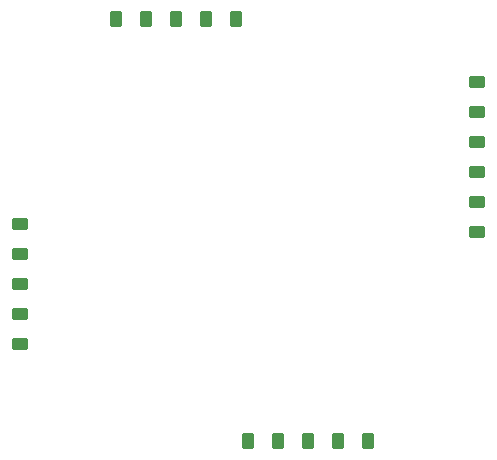
<source format=gbs>
%TF.GenerationSoftware,KiCad,Pcbnew,7.99.0-2677-g3cd60007c5*%
%TF.CreationDate,2023-11-18T11:29:50+03:00*%
%TF.ProjectId,Movita Pro V2_1,4d6f7669-7461-4205-9072-6f2056325f31,rev?*%
%TF.SameCoordinates,Original*%
%TF.FileFunction,Soldermask,Bot*%
%TF.FilePolarity,Negative*%
%FSLAX46Y46*%
G04 Gerber Fmt 4.6, Leading zero omitted, Abs format (unit mm)*
G04 Created by KiCad (PCBNEW 7.99.0-2677-g3cd60007c5) date 2023-11-18 11:29:50*
%MOMM*%
%LPD*%
G01*
G04 APERTURE LIST*
G04 Aperture macros list*
%AMRoundRect*
0 Rectangle with rounded corners*
0 $1 Rounding radius*
0 $2 $3 $4 $5 $6 $7 $8 $9 X,Y pos of 4 corners*
0 Add a 4 corners polygon primitive as box body*
4,1,4,$2,$3,$4,$5,$6,$7,$8,$9,$2,$3,0*
0 Add four circle primitives for the rounded corners*
1,1,$1+$1,$2,$3*
1,1,$1+$1,$4,$5*
1,1,$1+$1,$6,$7*
1,1,$1+$1,$8,$9*
0 Add four rect primitives between the rounded corners*
20,1,$1+$1,$2,$3,$4,$5,0*
20,1,$1+$1,$4,$5,$6,$7,0*
20,1,$1+$1,$6,$7,$8,$9,0*
20,1,$1+$1,$8,$9,$2,$3,0*%
G04 Aperture macros list end*
%ADD10RoundRect,0.040000X0.625000X0.425000X-0.625000X0.425000X-0.625000X-0.425000X0.625000X-0.425000X0*%
%ADD11RoundRect,0.040000X-0.425000X0.625000X-0.425000X-0.625000X0.425000X-0.625000X0.425000X0.625000X0*%
%ADD12RoundRect,0.040000X-0.625000X-0.425000X0.625000X-0.425000X0.625000X0.425000X-0.625000X0.425000X0*%
%ADD13RoundRect,0.040000X0.425000X-0.625000X0.425000X0.625000X-0.425000X0.625000X-0.425000X-0.625000X0*%
G04 APERTURE END LIST*
D10*
%TO.C,J4*%
X167881100Y-105183600D03*
X167881100Y-102643600D03*
X167881100Y-100103600D03*
X167881100Y-97563600D03*
X167881100Y-95023600D03*
X167881100Y-92483600D03*
%TD*%
D11*
%TO.C,J1*%
X147446100Y-87128600D03*
X144906100Y-87128600D03*
X142366100Y-87128600D03*
X139826100Y-87128600D03*
X137286100Y-87128600D03*
%TD*%
D12*
%TO.C,J2*%
X129121100Y-104453600D03*
X129121100Y-106993600D03*
X129121100Y-109533600D03*
X129121100Y-112073600D03*
X129121100Y-114613600D03*
%TD*%
D13*
%TO.C,J3*%
X148436100Y-122878600D03*
X150976100Y-122878600D03*
X153516100Y-122878600D03*
X156056100Y-122878600D03*
X158596100Y-122878600D03*
%TD*%
M02*

</source>
